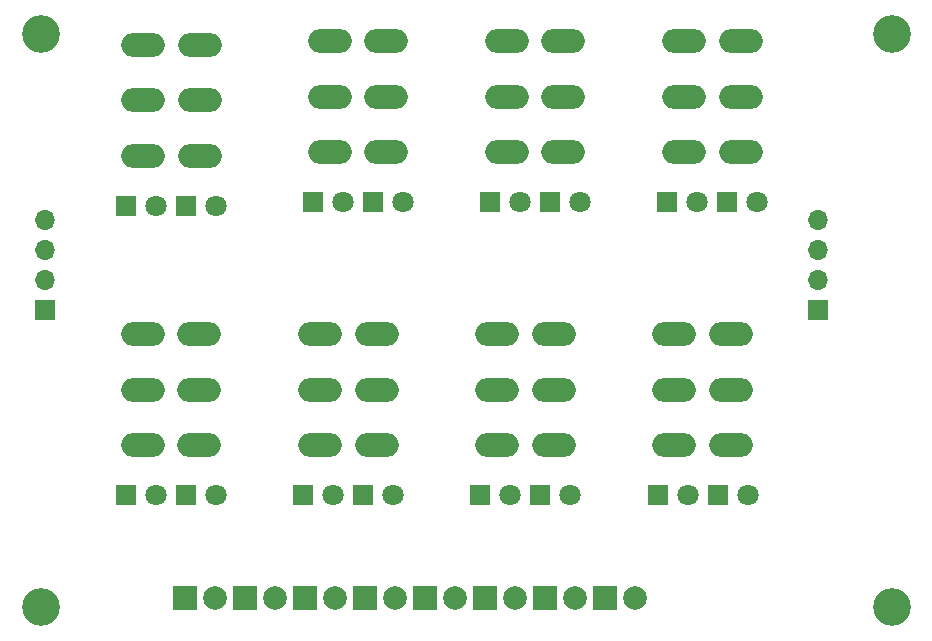
<source format=gbr>
%TF.GenerationSoftware,KiCad,Pcbnew,8.0.2*%
%TF.CreationDate,2025-01-24T00:11:38+01:00*%
%TF.ProjectId,INPUT_ADD_ON,494e5055-545f-4414-9444-5f4f4e2e6b69,rev?*%
%TF.SameCoordinates,Original*%
%TF.FileFunction,Soldermask,Bot*%
%TF.FilePolarity,Negative*%
%FSLAX46Y46*%
G04 Gerber Fmt 4.6, Leading zero omitted, Abs format (unit mm)*
G04 Created by KiCad (PCBNEW 8.0.2) date 2025-01-24 00:11:38*
%MOMM*%
%LPD*%
G01*
G04 APERTURE LIST*
%ADD10C,3.200000*%
%ADD11R,1.700000X1.700000*%
%ADD12O,1.700000X1.700000*%
%ADD13C,2.000000*%
%ADD14R,2.000000X2.000000*%
%ADD15O,3.700000X2.000000*%
%ADD16C,1.800000*%
%ADD17R,1.800000X1.800000*%
G04 APERTURE END LIST*
D10*
%TO.C,REF\u002A\u002A*%
X166000000Y-73500000D03*
%TD*%
%TO.C,REF\u002A\u002A*%
X94000000Y-73500000D03*
%TD*%
%TO.C,REF\u002A\u002A*%
X94000000Y-122000000D03*
%TD*%
%TO.C,REF\u002A\u002A*%
X166000000Y-122000000D03*
%TD*%
D11*
%TO.C,J102*%
X94361000Y-96901000D03*
D12*
X94361000Y-94361000D03*
X94361000Y-91821000D03*
X94361000Y-89281000D03*
%TD*%
D11*
%TO.C,J101*%
X159766000Y-96901000D03*
D12*
X159766000Y-94361000D03*
X159766000Y-91821000D03*
X159766000Y-89281000D03*
%TD*%
D13*
%TO.C,J901*%
X108712000Y-121285000D03*
D14*
X106172000Y-121285000D03*
%TD*%
%TO.C,J801*%
X141732000Y-121285000D03*
D13*
X144272000Y-121285000D03*
%TD*%
D14*
%TO.C,J701*%
X131572000Y-121285000D03*
D13*
X134112000Y-121285000D03*
%TD*%
D14*
%TO.C,J601*%
X121412000Y-121285000D03*
D13*
X123952000Y-121285000D03*
%TD*%
D14*
%TO.C,J501*%
X111252000Y-121285000D03*
D13*
X113792000Y-121285000D03*
%TD*%
D14*
%TO.C,J401*%
X136652000Y-121285000D03*
D13*
X139192000Y-121285000D03*
%TD*%
D14*
%TO.C,J301*%
X126492000Y-121285000D03*
D13*
X129032000Y-121285000D03*
%TD*%
D14*
%TO.C,J201*%
X116332000Y-121285000D03*
D13*
X118872000Y-121285000D03*
%TD*%
D15*
%TO.C,SW901*%
X107416000Y-74420000D03*
X107416000Y-79120000D03*
X107416000Y-83820000D03*
X102616000Y-74420000D03*
X102616000Y-79120000D03*
X102616000Y-83820000D03*
%TD*%
%TO.C,SW801*%
X147600000Y-108300000D03*
X147600000Y-103600000D03*
X147600000Y-98900000D03*
X152400000Y-108300000D03*
X152400000Y-103600000D03*
X152400000Y-98900000D03*
%TD*%
%TO.C,SW701*%
X132600000Y-108300000D03*
X132600000Y-103600000D03*
X132600000Y-98900000D03*
X137400000Y-108300000D03*
X137400000Y-103600000D03*
X137400000Y-98900000D03*
%TD*%
%TO.C,SW601*%
X117600000Y-108300000D03*
X117600000Y-103600000D03*
X117600000Y-98900000D03*
X122400000Y-108300000D03*
X122400000Y-103600000D03*
X122400000Y-98900000D03*
%TD*%
%TO.C,SW501*%
X102600000Y-108300000D03*
X102600000Y-103600000D03*
X102600000Y-98900000D03*
X107400000Y-108300000D03*
X107400000Y-103600000D03*
X107400000Y-98900000D03*
%TD*%
%TO.C,SW401*%
X148428000Y-83532000D03*
X148428000Y-78832000D03*
X148428000Y-74132000D03*
X153228000Y-83532000D03*
X153228000Y-78832000D03*
X153228000Y-74132000D03*
%TD*%
%TO.C,SW301*%
X133428000Y-83532000D03*
X133428000Y-78832000D03*
X133428000Y-74132000D03*
X138228000Y-83532000D03*
X138228000Y-78832000D03*
X138228000Y-74132000D03*
%TD*%
%TO.C,SW201*%
X118428000Y-83532000D03*
X118428000Y-78832000D03*
X118428000Y-74132000D03*
X123228000Y-83532000D03*
X123228000Y-78832000D03*
X123228000Y-74132000D03*
%TD*%
D16*
%TO.C,D902*%
X103746000Y-88037000D03*
D17*
X101206000Y-88037000D03*
%TD*%
D16*
%TO.C,D901*%
X108826000Y-88039000D03*
D17*
X106286000Y-88039000D03*
%TD*%
%TO.C,D802*%
X146190000Y-112517000D03*
D16*
X148730000Y-112517000D03*
%TD*%
D17*
%TO.C,D801*%
X151270000Y-112519000D03*
D16*
X153810000Y-112519000D03*
%TD*%
D17*
%TO.C,D702*%
X131190000Y-112517000D03*
D16*
X133730000Y-112517000D03*
%TD*%
D17*
%TO.C,D701*%
X136270000Y-112519000D03*
D16*
X138810000Y-112519000D03*
%TD*%
D17*
%TO.C,D602*%
X116190000Y-112517000D03*
D16*
X118730000Y-112517000D03*
%TD*%
D17*
%TO.C,D601*%
X121270000Y-112519000D03*
D16*
X123810000Y-112519000D03*
%TD*%
D17*
%TO.C,D502*%
X101190000Y-112517000D03*
D16*
X103730000Y-112517000D03*
%TD*%
D17*
%TO.C,D501*%
X106270000Y-112519000D03*
D16*
X108810000Y-112519000D03*
%TD*%
D17*
%TO.C,D402*%
X147018000Y-87749000D03*
D16*
X149558000Y-87749000D03*
%TD*%
D17*
%TO.C,D401*%
X152098000Y-87751000D03*
D16*
X154638000Y-87751000D03*
%TD*%
D17*
%TO.C,D302*%
X132018000Y-87749000D03*
D16*
X134558000Y-87749000D03*
%TD*%
D17*
%TO.C,D301*%
X137098000Y-87751000D03*
D16*
X139638000Y-87751000D03*
%TD*%
D17*
%TO.C,D202*%
X117018000Y-87749000D03*
D16*
X119558000Y-87749000D03*
%TD*%
D17*
%TO.C,D201*%
X122098000Y-87751000D03*
D16*
X124638000Y-87751000D03*
%TD*%
M02*

</source>
